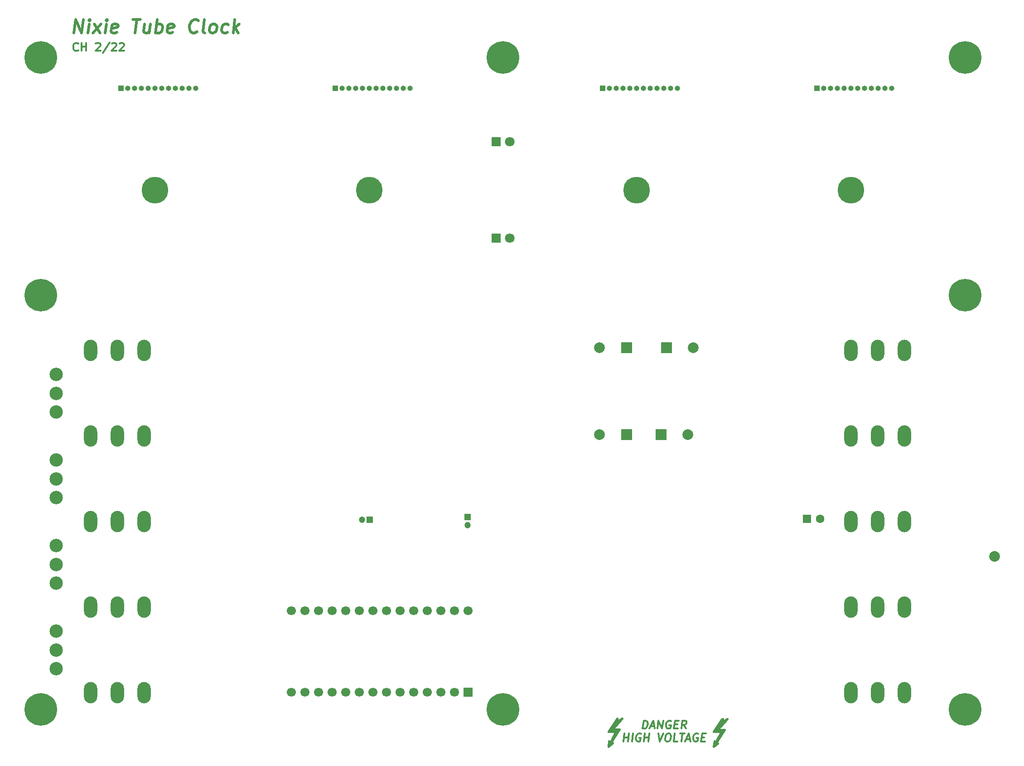
<source format=gbr>
%TF.GenerationSoftware,KiCad,Pcbnew,(6.0.1-0)*%
%TF.CreationDate,2022-02-14T11:55:45-05:00*%
%TF.ProjectId,nixie-tube-clock,6e697869-652d-4747-9562-652d636c6f63,rev?*%
%TF.SameCoordinates,Original*%
%TF.FileFunction,Soldermask,Top*%
%TF.FilePolarity,Negative*%
%FSLAX46Y46*%
G04 Gerber Fmt 4.6, Leading zero omitted, Abs format (unit mm)*
G04 Created by KiCad (PCBNEW (6.0.1-0)) date 2022-02-14 11:55:45*
%MOMM*%
%LPD*%
G01*
G04 APERTURE LIST*
%ADD10C,0.300000*%
%ADD11C,0.500000*%
%ADD12C,0.381000*%
%ADD13C,6.096000*%
%ADD14C,5.000000*%
%ADD15R,1.000000X1.000000*%
%ADD16O,1.000000X1.000000*%
%ADD17O,2.500000X4.000000*%
%ADD18C,2.500000*%
%ADD19R,1.800000X1.800000*%
%ADD20C,1.800000*%
%ADD21R,1.600000X1.600000*%
%ADD22C,1.600000*%
%ADD23R,2.000000X2.000000*%
%ADD24C,2.000000*%
%ADD25R,1.200000X1.200000*%
%ADD26C,1.200000*%
%ADD27R,1.700000X1.700000*%
%ADD28C,1.700000*%
G04 APERTURE END LIST*
D10*
X171117991Y-154728571D02*
X171305491Y-153228571D01*
X171662633Y-153228571D01*
X171867991Y-153300000D01*
X171992991Y-153442857D01*
X172046562Y-153585714D01*
X172082276Y-153871428D01*
X172055491Y-154085714D01*
X171948348Y-154371428D01*
X171859062Y-154514285D01*
X171698348Y-154657142D01*
X171475133Y-154728571D01*
X171117991Y-154728571D01*
X172600133Y-154300000D02*
X173314419Y-154300000D01*
X172403705Y-154728571D02*
X173091205Y-153228571D01*
X173403705Y-154728571D01*
X173903705Y-154728571D02*
X174091205Y-153228571D01*
X174760848Y-154728571D01*
X174948348Y-153228571D01*
X176439419Y-153300000D02*
X176305491Y-153228571D01*
X176091205Y-153228571D01*
X175867991Y-153300000D01*
X175707276Y-153442857D01*
X175617991Y-153585714D01*
X175510848Y-153871428D01*
X175484062Y-154085714D01*
X175519776Y-154371428D01*
X175573348Y-154514285D01*
X175698348Y-154657142D01*
X175903705Y-154728571D01*
X176046562Y-154728571D01*
X176269776Y-154657142D01*
X176350133Y-154585714D01*
X176412633Y-154085714D01*
X176126919Y-154085714D01*
X177073348Y-153942857D02*
X177573348Y-153942857D01*
X177689419Y-154728571D02*
X176975133Y-154728571D01*
X177162633Y-153228571D01*
X177876919Y-153228571D01*
X179189419Y-154728571D02*
X178778705Y-154014285D01*
X178332276Y-154728571D02*
X178519776Y-153228571D01*
X179091205Y-153228571D01*
X179225133Y-153300000D01*
X179287633Y-153371428D01*
X179341205Y-153514285D01*
X179314419Y-153728571D01*
X179225133Y-153871428D01*
X179144776Y-153942857D01*
X178992991Y-154014285D01*
X178421562Y-154014285D01*
X167546562Y-157143571D02*
X167734062Y-155643571D01*
X167644776Y-156357857D02*
X168501919Y-156357857D01*
X168403705Y-157143571D02*
X168591205Y-155643571D01*
X169117991Y-157143571D02*
X169305491Y-155643571D01*
X170796562Y-155715000D02*
X170662633Y-155643571D01*
X170448348Y-155643571D01*
X170225133Y-155715000D01*
X170064419Y-155857857D01*
X169975133Y-156000714D01*
X169867991Y-156286428D01*
X169841205Y-156500714D01*
X169876919Y-156786428D01*
X169930491Y-156929285D01*
X170055491Y-157072142D01*
X170260848Y-157143571D01*
X170403705Y-157143571D01*
X170626919Y-157072142D01*
X170707276Y-157000714D01*
X170769776Y-156500714D01*
X170484062Y-156500714D01*
X171332276Y-157143571D02*
X171519776Y-155643571D01*
X171430491Y-156357857D02*
X172287633Y-156357857D01*
X172189419Y-157143571D02*
X172376919Y-155643571D01*
X174019776Y-155643571D02*
X174332276Y-157143571D01*
X175019776Y-155643571D01*
X175805491Y-155643571D02*
X176091205Y-155643571D01*
X176225133Y-155715000D01*
X176350133Y-155857857D01*
X176385848Y-156143571D01*
X176323348Y-156643571D01*
X176216205Y-156929285D01*
X176055491Y-157072142D01*
X175903705Y-157143571D01*
X175617991Y-157143571D01*
X175484062Y-157072142D01*
X175359062Y-156929285D01*
X175323348Y-156643571D01*
X175385848Y-156143571D01*
X175492991Y-155857857D01*
X175653705Y-155715000D01*
X175805491Y-155643571D01*
X177617991Y-157143571D02*
X176903705Y-157143571D01*
X177091205Y-155643571D01*
X178091205Y-155643571D02*
X178948348Y-155643571D01*
X178332276Y-157143571D02*
X178519776Y-155643571D01*
X179242991Y-156715000D02*
X179957276Y-156715000D01*
X179046562Y-157143571D02*
X179734062Y-155643571D01*
X180046562Y-157143571D01*
X181510848Y-155715000D02*
X181376919Y-155643571D01*
X181162633Y-155643571D01*
X180939419Y-155715000D01*
X180778705Y-155857857D01*
X180689419Y-156000714D01*
X180582276Y-156286428D01*
X180555491Y-156500714D01*
X180591205Y-156786428D01*
X180644776Y-156929285D01*
X180769776Y-157072142D01*
X180975133Y-157143571D01*
X181117991Y-157143571D01*
X181341205Y-157072142D01*
X181421562Y-157000714D01*
X181484062Y-156500714D01*
X181198348Y-156500714D01*
X182144776Y-156357857D02*
X182644776Y-156357857D01*
X182760848Y-157143571D02*
X182046562Y-157143571D01*
X182234062Y-155643571D01*
X182948348Y-155643571D01*
D11*
X64856699Y-24625952D02*
X65169199Y-22125952D01*
X66285270Y-24625952D01*
X66597770Y-22125952D01*
X67475747Y-24625952D02*
X67684080Y-22959285D01*
X67788247Y-22125952D02*
X67654318Y-22245000D01*
X67758485Y-22364047D01*
X67892413Y-22245000D01*
X67788247Y-22125952D01*
X67758485Y-22364047D01*
X68428127Y-24625952D02*
X69945985Y-22959285D01*
X68636461Y-22959285D02*
X69737651Y-24625952D01*
X70690032Y-24625952D02*
X70898366Y-22959285D01*
X71002532Y-22125952D02*
X70868604Y-22245000D01*
X70972770Y-22364047D01*
X71106699Y-22245000D01*
X71002532Y-22125952D01*
X70972770Y-22364047D01*
X72847770Y-24506904D02*
X72594794Y-24625952D01*
X72118604Y-24625952D01*
X71895389Y-24506904D01*
X71806104Y-24268809D01*
X71925151Y-23316428D01*
X72073961Y-23078333D01*
X72326937Y-22959285D01*
X72803127Y-22959285D01*
X73026342Y-23078333D01*
X73115627Y-23316428D01*
X73085866Y-23554523D01*
X71865627Y-23792619D01*
X75883485Y-22125952D02*
X77312056Y-22125952D01*
X76285270Y-24625952D02*
X76597770Y-22125952D01*
X79112651Y-22959285D02*
X78904318Y-24625952D01*
X78041223Y-22959285D02*
X77877532Y-24268809D01*
X77966818Y-24506904D01*
X78190032Y-24625952D01*
X78547175Y-24625952D01*
X78800151Y-24506904D01*
X78934080Y-24387857D01*
X80094794Y-24625952D02*
X80407294Y-22125952D01*
X80288247Y-23078333D02*
X80541223Y-22959285D01*
X81017413Y-22959285D01*
X81240627Y-23078333D01*
X81344794Y-23197380D01*
X81434080Y-23435476D01*
X81344794Y-24149761D01*
X81195985Y-24387857D01*
X81062056Y-24506904D01*
X80809080Y-24625952D01*
X80332889Y-24625952D01*
X80109675Y-24506904D01*
X83323961Y-24506904D02*
X83070985Y-24625952D01*
X82594794Y-24625952D01*
X82371580Y-24506904D01*
X82282294Y-24268809D01*
X82401342Y-23316428D01*
X82550151Y-23078333D01*
X82803127Y-22959285D01*
X83279318Y-22959285D01*
X83502532Y-23078333D01*
X83591818Y-23316428D01*
X83562056Y-23554523D01*
X82341818Y-23792619D01*
X87862651Y-24387857D02*
X87728723Y-24506904D01*
X87356699Y-24625952D01*
X87118604Y-24625952D01*
X86776342Y-24506904D01*
X86568008Y-24268809D01*
X86478723Y-24030714D01*
X86419199Y-23554523D01*
X86463842Y-23197380D01*
X86642413Y-22721190D01*
X86791223Y-22483095D01*
X87059080Y-22245000D01*
X87431104Y-22125952D01*
X87669199Y-22125952D01*
X88011461Y-22245000D01*
X88115627Y-22364047D01*
X89261461Y-24625952D02*
X89038247Y-24506904D01*
X88948961Y-24268809D01*
X89216818Y-22125952D01*
X90570985Y-24625952D02*
X90347770Y-24506904D01*
X90243604Y-24387857D01*
X90154318Y-24149761D01*
X90243604Y-23435476D01*
X90392413Y-23197380D01*
X90526342Y-23078333D01*
X90779318Y-22959285D01*
X91136461Y-22959285D01*
X91359675Y-23078333D01*
X91463842Y-23197380D01*
X91553127Y-23435476D01*
X91463842Y-24149761D01*
X91315032Y-24387857D01*
X91181104Y-24506904D01*
X90928127Y-24625952D01*
X90570985Y-24625952D01*
X93562056Y-24506904D02*
X93309080Y-24625952D01*
X92832889Y-24625952D01*
X92609675Y-24506904D01*
X92505508Y-24387857D01*
X92416223Y-24149761D01*
X92505508Y-23435476D01*
X92654318Y-23197380D01*
X92788247Y-23078333D01*
X93041223Y-22959285D01*
X93517413Y-22959285D01*
X93740627Y-23078333D01*
X94618604Y-24625952D02*
X94931104Y-22125952D01*
X94975747Y-23673571D02*
X95570985Y-24625952D01*
X95779318Y-22959285D02*
X94707889Y-23911666D01*
D10*
X65647571Y-27840714D02*
X65576142Y-27912142D01*
X65361857Y-27983571D01*
X65219000Y-27983571D01*
X65004714Y-27912142D01*
X64861857Y-27769285D01*
X64790428Y-27626428D01*
X64719000Y-27340714D01*
X64719000Y-27126428D01*
X64790428Y-26840714D01*
X64861857Y-26697857D01*
X65004714Y-26555000D01*
X65219000Y-26483571D01*
X65361857Y-26483571D01*
X65576142Y-26555000D01*
X65647571Y-26626428D01*
X66290428Y-27983571D02*
X66290428Y-26483571D01*
X66290428Y-27197857D02*
X67147571Y-27197857D01*
X67147571Y-27983571D02*
X67147571Y-26483571D01*
X68933285Y-26626428D02*
X69004714Y-26555000D01*
X69147571Y-26483571D01*
X69504714Y-26483571D01*
X69647571Y-26555000D01*
X69719000Y-26626428D01*
X69790428Y-26769285D01*
X69790428Y-26912142D01*
X69719000Y-27126428D01*
X68861857Y-27983571D01*
X69790428Y-27983571D01*
X71504714Y-26412142D02*
X70219000Y-28340714D01*
X71933285Y-26626428D02*
X72004714Y-26555000D01*
X72147571Y-26483571D01*
X72504714Y-26483571D01*
X72647571Y-26555000D01*
X72719000Y-26626428D01*
X72790428Y-26769285D01*
X72790428Y-26912142D01*
X72719000Y-27126428D01*
X71861857Y-27983571D01*
X72790428Y-27983571D01*
X73361857Y-26626428D02*
X73433285Y-26555000D01*
X73576142Y-26483571D01*
X73933285Y-26483571D01*
X74076142Y-26555000D01*
X74147571Y-26626428D01*
X74219000Y-26769285D01*
X74219000Y-26912142D01*
X74147571Y-27126428D01*
X73290428Y-27983571D01*
X74219000Y-27983571D01*
D12*
%TO.C,REF\u002A\u002A*%
X165481000Y-157416500D02*
X164973000Y-157670500D01*
X165100000Y-155130500D02*
X166370000Y-155130500D01*
X164973000Y-157670500D02*
X166751000Y-154876500D01*
X164846000Y-157035500D02*
X164719000Y-158051500D01*
X166751000Y-154876500D02*
X165481000Y-154876500D01*
X166243000Y-152971500D02*
X164719000Y-155257500D01*
X164719000Y-158051500D02*
X165481000Y-157416500D01*
X166497000Y-153225500D02*
X165100000Y-155130500D01*
X166116000Y-155257500D02*
X164973000Y-157543500D01*
X165481000Y-154876500D02*
X167259000Y-152844500D01*
X164719000Y-155257500D02*
X166116000Y-155257500D01*
X166497000Y-153352500D02*
X166370000Y-152844500D01*
X167259000Y-152844500D02*
X166497000Y-153352500D01*
X164973000Y-157543500D02*
X164846000Y-157035500D01*
X186436000Y-154940000D02*
X185166000Y-154940000D01*
X185166000Y-154940000D02*
X186944000Y-152908000D01*
X186182000Y-153416000D02*
X186055000Y-152908000D01*
X185928000Y-153035000D02*
X184404000Y-155321000D01*
X184658000Y-157734000D02*
X186436000Y-154940000D01*
X184658000Y-157607000D02*
X184531000Y-157099000D01*
X184531000Y-157099000D02*
X184404000Y-158115000D01*
X184404000Y-155321000D02*
X185801000Y-155321000D01*
X185801000Y-155321000D02*
X184658000Y-157607000D01*
X184785000Y-155194000D02*
X186055000Y-155194000D01*
X186944000Y-152908000D02*
X186182000Y-153416000D01*
X184404000Y-158115000D02*
X185166000Y-157480000D01*
X186182000Y-153289000D02*
X184785000Y-155194000D01*
X185166000Y-157480000D02*
X184658000Y-157734000D01*
%TD*%
D13*
%TO.C,H2*%
X231359989Y-73660000D03*
%TD*%
D14*
%TO.C,IN-12A_2*%
X119999989Y-53999994D03*
D15*
X113649989Y-34999994D03*
D16*
X114919989Y-34999994D03*
X116189989Y-34999994D03*
X117459989Y-34999994D03*
X118729989Y-34999994D03*
X119999989Y-34999994D03*
X121269989Y-34999994D03*
X122539989Y-34999994D03*
X123809989Y-34999994D03*
X125079989Y-34999994D03*
X126349989Y-34999994D03*
X127619989Y-34999994D03*
%TD*%
D13*
%TO.C,H6*%
X58639989Y-29210000D03*
%TD*%
D14*
%TO.C,IN-12A_3*%
X170000000Y-54000000D03*
D15*
X163650000Y-35000000D03*
D16*
X164920000Y-35000000D03*
X166190000Y-35000000D03*
X167460000Y-35000000D03*
X168730000Y-35000000D03*
X170000000Y-35000000D03*
X171270000Y-35000000D03*
X172540000Y-35000000D03*
X173810000Y-35000000D03*
X175080000Y-35000000D03*
X176350000Y-35000000D03*
X177620000Y-35000000D03*
%TD*%
D13*
%TO.C,H5*%
X231359989Y-29210000D03*
%TD*%
D17*
%TO.C,IN-13_4*%
X68000000Y-132000000D03*
X210000000Y-148000000D03*
X68000000Y-148000000D03*
X73000000Y-132000000D03*
X73000000Y-148000000D03*
X215000000Y-148000000D03*
X78000000Y-148000000D03*
X78000000Y-132000000D03*
X220000000Y-132000000D03*
X220000000Y-148000000D03*
X210000000Y-132000000D03*
X215000000Y-132000000D03*
D18*
X61500000Y-136500000D03*
X61500000Y-140000000D03*
X61500000Y-143500000D03*
%TD*%
D19*
%TO.C,D6*%
X143725000Y-63000000D03*
D20*
X146265000Y-63000000D03*
%TD*%
D17*
%TO.C,IN-13_1*%
X73000000Y-84000000D03*
X78000000Y-100000000D03*
X215000000Y-84000000D03*
X68000000Y-84000000D03*
X68000000Y-100000000D03*
X78000000Y-84000000D03*
X210000000Y-100000000D03*
X210000000Y-84000000D03*
X220000000Y-84000000D03*
X220000000Y-100000000D03*
X215000000Y-100000000D03*
X73000000Y-100000000D03*
D18*
X61500000Y-88500000D03*
X61500000Y-92000000D03*
X61500000Y-95500000D03*
%TD*%
D14*
%TO.C,IN-12A_1*%
X79999992Y-53999994D03*
D15*
X73649992Y-34999994D03*
D16*
X74919992Y-34999994D03*
X76189992Y-34999994D03*
X77459992Y-34999994D03*
X78729992Y-34999994D03*
X79999992Y-34999994D03*
X81269992Y-34999994D03*
X82539992Y-34999994D03*
X83809992Y-34999994D03*
X85079992Y-34999994D03*
X86349992Y-34999994D03*
X87619992Y-34999994D03*
%TD*%
D13*
%TO.C,H3*%
X231359989Y-151130000D03*
%TD*%
D17*
%TO.C,IN-13_2*%
X220000000Y-100000000D03*
X73000000Y-100000000D03*
X78000000Y-100000000D03*
X215000000Y-116000000D03*
X68000000Y-116000000D03*
X210000000Y-100000000D03*
X68000000Y-100000000D03*
X73000000Y-116000000D03*
X78000000Y-116000000D03*
X210000000Y-116000000D03*
X215000000Y-100000000D03*
X220000000Y-116000000D03*
D18*
X61500000Y-104500000D03*
X61500000Y-108000000D03*
X61500000Y-111500000D03*
%TD*%
D14*
%TO.C,IN-12A_4*%
X210000012Y-53999994D03*
D15*
X203650012Y-34999994D03*
D16*
X204920012Y-34999994D03*
X206190012Y-34999994D03*
X207460012Y-34999994D03*
X208730012Y-34999994D03*
X210000012Y-34999994D03*
X211270012Y-34999994D03*
X212540012Y-34999994D03*
X213810012Y-34999994D03*
X215080012Y-34999994D03*
X216350012Y-34999994D03*
X217620012Y-34999994D03*
%TD*%
D13*
%TO.C,H8*%
X145000091Y-151130000D03*
%TD*%
%TO.C,H4*%
X58639989Y-73660000D03*
%TD*%
%TO.C,H1*%
X58639989Y-151130000D03*
%TD*%
%TO.C,H7*%
X145000091Y-29210000D03*
%TD*%
D19*
%TO.C,D5*%
X143725000Y-45000000D03*
D20*
X146265000Y-45000000D03*
%TD*%
D17*
%TO.C,IN-13_3*%
X210000000Y-132000000D03*
X220000000Y-132000000D03*
X78000000Y-132000000D03*
X215000000Y-132000000D03*
X210000000Y-116000000D03*
X220000000Y-116000000D03*
X68000000Y-116000000D03*
X73000000Y-132000000D03*
X68000000Y-132000000D03*
X78000000Y-116000000D03*
X73000000Y-116000000D03*
X215000000Y-116000000D03*
D18*
X61500000Y-120500000D03*
X61500000Y-124000000D03*
X61500000Y-127500000D03*
%TD*%
D21*
%TO.C,C1*%
X201790240Y-115521500D03*
D22*
X204290240Y-115521500D03*
%TD*%
D23*
%TO.C,C7*%
X168089917Y-83517500D03*
D24*
X163089917Y-83517500D03*
%TD*%
D23*
%TO.C,C8*%
X175546563Y-83517500D03*
D24*
X180546563Y-83517500D03*
%TD*%
D25*
%TO.C,C14*%
X138430000Y-115189000D03*
D26*
X138430000Y-116689000D03*
%TD*%
D27*
%TO.C,ItsyBitsy nRF52840*%
X138489995Y-147887995D03*
D28*
X135949995Y-147887995D03*
X133409995Y-147887995D03*
X130869995Y-147887995D03*
X128329995Y-147887995D03*
X125789995Y-147887995D03*
X123249995Y-147887995D03*
X120709995Y-147887995D03*
X118169995Y-147887995D03*
X115629995Y-147887995D03*
X113089995Y-147887995D03*
X110549995Y-147887995D03*
X108009995Y-147887995D03*
X105469995Y-147887995D03*
X105469995Y-132647995D03*
X108009995Y-132647995D03*
X110549995Y-132647995D03*
X113089995Y-132647995D03*
X115629995Y-132647995D03*
X118169995Y-132647995D03*
X120709995Y-132647995D03*
X123249995Y-132647995D03*
X125789995Y-132647995D03*
X128329995Y-132647995D03*
X130869995Y-132647995D03*
X133409995Y-132647995D03*
X135949995Y-132647995D03*
X138489995Y-132647995D03*
%TD*%
D24*
%TO.C,J1*%
X236870000Y-122555000D03*
%TD*%
D25*
%TO.C,C13*%
X120142000Y-115697000D03*
D26*
X118642000Y-115697000D03*
%TD*%
D23*
%TO.C,C5*%
X168089917Y-99773500D03*
D24*
X163089917Y-99773500D03*
%TD*%
D23*
%TO.C,C6*%
X174530563Y-99773500D03*
D24*
X179530563Y-99773500D03*
%TD*%
M02*

</source>
